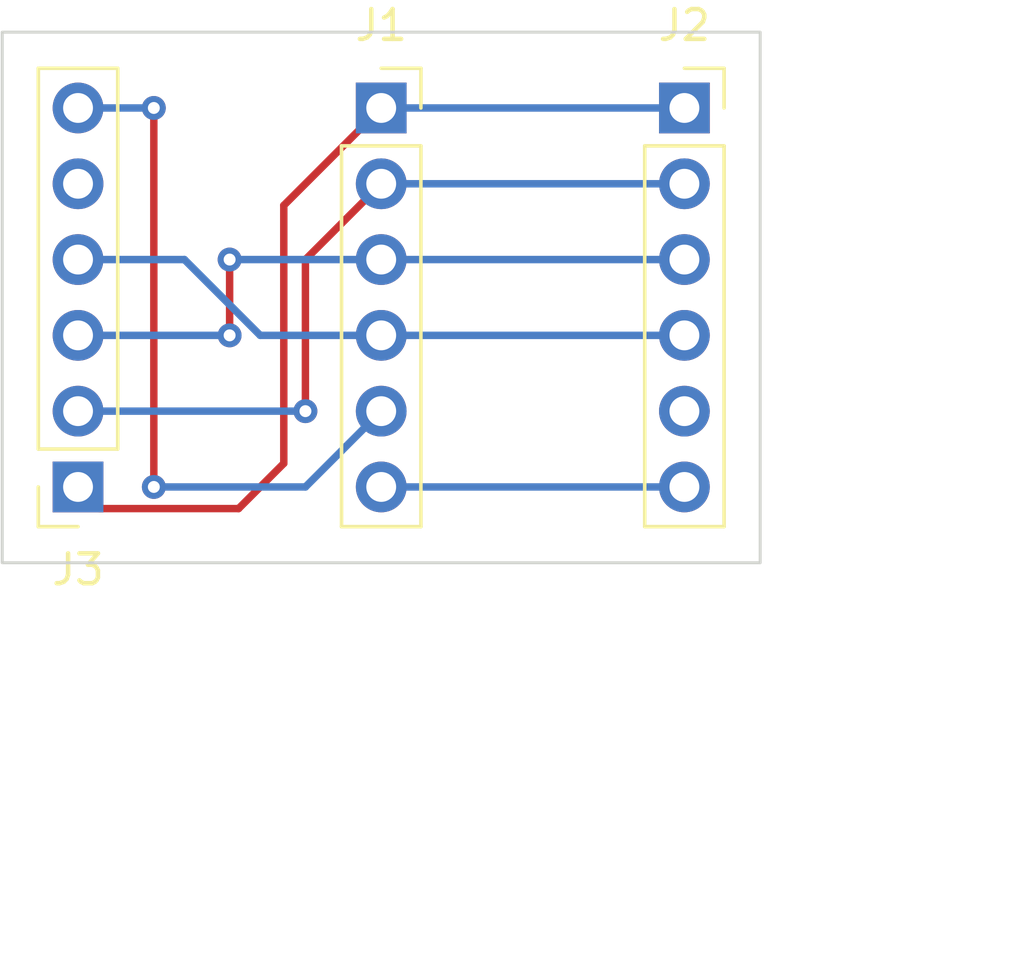
<source format=kicad_pcb>
(kicad_pcb (version 20221018) (generator pcbnew)
  (layers (0 "F.Cu" signal) (31 "B.Cu" signal) (34 "B.Paste" user) (35 "F.Paste" user) (36 "B.SilkS" user "B.Silkscreen") (37 "F.SilkS" user "F.Silkscreen") (38 "B.Mask" user) (39 "F.Mask" user) (44 "Edge.Cuts" user))
  (net 0 "")
  (net 1 "Earth")
  (net 2 "+5V")
  (net 3 "Net-(J1-SCL)")
  (net 4 "Net-(J1-SDA)")
  (net 5 "Net-(J1-RXSHUT)")
  (net 6 "Net-(J1-FXSHUT)")
  (footprint "Connector_PinSocket_2.54mm:PinSocket_1x06_P2.54mm_Vertical" (layer "F.Cu") (at 170.18 71.12)
    (fp_text reference "J2" (at 0 -2.77) (layer "F.SilkS"))
    (fp_text value "Conn_01x06_Socket" hide)
    (fp_line (start -1.33 1.27) (end -1.33 14.03) (stroke (width 0.12)) (layer "F.SilkS"))
    (fp_line (start -1.33 1.27) (end 1.33 1.27) (stroke (width 0.12)) (layer "F.SilkS"))
    (fp_line (start -1.33 14.03) (end 1.33 14.03) (stroke (width 0.12)) (layer "F.SilkS"))
    (fp_line (start 0 -1.33) (end 1.33 -1.33) (stroke (width 0.12)) (layer "F.SilkS"))
    (fp_line (start 1.33 -1.33) (end 1.33 0) (stroke (width 0.12)) (layer "F.SilkS"))
    (fp_line (start 1.33 1.27) (end 1.33 14.03) (stroke (width 0.12)) (layer "F.SilkS"))
    (pad "1" thru_hole rect (at 0 0) (size 1.7 1.7) (drill 1) (layers "*.Cu" "*.Mask") (net 2 "+5V"))
    (pad "2" thru_hole oval (at 0 2.54) (size 1.7 1.7) (drill 1) (layers "*.Cu" "*.Mask") (net 1 "Earth"))
    (pad "3" thru_hole oval (at 0 5.08) (size 1.7 1.7) (drill 1) (layers "*.Cu" "*.Mask") (net 3 "Net-(J1-SCL)"))
    (pad "4" thru_hole oval (at 0 7.62) (size 1.7 1.7) (drill 1) (layers "*.Cu" "*.Mask") (net 4 "Net-(J1-SDA)"))
    (pad "5" thru_hole oval (at 0 10.16) (size 1.7 1.7) (drill 1) (layers "*.Cu" "*.Mask"))
    (pad "6" thru_hole oval (at 0 12.7) (size 1.7 1.7) (drill 1) (layers "*.Cu" "*.Mask") (net 6 "Net-(J1-FXSHUT)"))
  )
  (footprint "Connector_PinSocket_2.54mm:PinSocket_1x06_P2.54mm_Vertical" (layer "F.Cu") (at 160.02 71.12)
    (fp_text reference "J1" (at 0 -2.77) (layer "F.SilkS"))
    (fp_text value "Conn_01x06_Socket" hide)
    (fp_line (start -1.33 1.27) (end -1.33 14.03) (stroke (width 0.12)) (layer "F.SilkS"))
    (fp_line (start -1.33 1.27) (end 1.33 1.27) (stroke (width 0.12)) (layer "F.SilkS"))
    (fp_line (start -1.33 14.03) (end 1.33 14.03) (stroke (width 0.12)) (layer "F.SilkS"))
    (fp_line (start 0 -1.33) (end 1.33 -1.33) (stroke (width 0.12)) (layer "F.SilkS"))
    (fp_line (start 1.33 -1.33) (end 1.33 0) (stroke (width 0.12)) (layer "F.SilkS"))
    (fp_line (start 1.33 1.27) (end 1.33 14.03) (stroke (width 0.12)) (layer "F.SilkS"))
    (pad "1" thru_hole rect (at 0 0) (size 1.7 1.7) (drill 1) (layers "*.Cu" "*.Mask") (net 2 "+5V"))
    (pad "2" thru_hole oval (at 0 2.54) (size 1.7 1.7) (drill 1) (layers "*.Cu" "*.Mask") (net 1 "Earth"))
    (pad "3" thru_hole oval (at 0 5.08) (size 1.7 1.7) (drill 1) (layers "*.Cu" "*.Mask") (net 3 "Net-(J1-SCL)"))
    (pad "4" thru_hole oval (at 0 7.62) (size 1.7 1.7) (drill 1) (layers "*.Cu" "*.Mask") (net 4 "Net-(J1-SDA)"))
    (pad "5" thru_hole oval (at 0 10.16) (size 1.7 1.7) (drill 1) (layers "*.Cu" "*.Mask") (net 5 "Net-(J1-RXSHUT)"))
    (pad "6" thru_hole oval (at 0 12.7) (size 1.7 1.7) (drill 1) (layers "*.Cu" "*.Mask") (net 6 "Net-(J1-FXSHUT)"))
  )
  (footprint "Connector_PinSocket_2.54mm:PinSocket_1x06_P2.54mm_Vertical" (layer "F.Cu") (at 149.86 83.82 180)
    (fp_text reference "J3" (at 0 -2.77) (layer "F.SilkS"))
    (fp_text value "Conn_01x06_Socket" hide)
    (fp_line (start -1.33 1.27) (end -1.33 14.03) (stroke (width 0.12)) (layer "F.SilkS"))
    (fp_line (start -1.33 1.27) (end 1.33 1.27) (stroke (width 0.12)) (layer "F.SilkS"))
    (fp_line (start -1.33 14.03) (end 1.33 14.03) (stroke (width 0.12)) (layer "F.SilkS"))
    (fp_line (start 0 -1.33) (end 1.33 -1.33) (stroke (width 0.12)) (layer "F.SilkS"))
    (fp_line (start 1.33 -1.33) (end 1.33 0) (stroke (width 0.12)) (layer "F.SilkS"))
    (fp_line (start 1.33 1.27) (end 1.33 14.03) (stroke (width 0.12)) (layer "F.SilkS"))
    (pad "1" thru_hole rect (at 0 0 180) (size 1.7 1.7) (drill 1) (layers "*.Cu" "*.Mask") (net 2 "+5V"))
    (pad "2" thru_hole oval (at 0 2.54 180) (size 1.7 1.7) (drill 1) (layers "*.Cu" "*.Mask") (net 1 "Earth"))
    (pad "3" thru_hole oval (at 0 5.08 180) (size 1.7 1.7) (drill 1) (layers "*.Cu" "*.Mask") (net 3 "Net-(J1-SCL)"))
    (pad "4" thru_hole oval (at 0 7.62 180) (size 1.7 1.7) (drill 1) (layers "*.Cu" "*.Mask") (net 4 "Net-(J1-SDA)"))
    (pad "5" thru_hole oval (at 0 10.16 180) (size 1.7 1.7) (drill 1) (layers "*.Cu" "*.Mask"))
    (pad "6" thru_hole oval (at 0 12.7 180) (size 1.7 1.7) (drill 1) (layers "*.Cu" "*.Mask") (net 5 "Net-(J1-RXSHUT)"))
  )
  (gr_rect (start 147.32 68.58) (end 172.72 86.36) (stroke (width 0.1)) (fill none) (layer "Edge.Cuts"))
  (segment (start 157.48 76.2) (end 160.02 73.66) (width 0.25) (layer "F.Cu") (net 1))
  (segment (start 157.48 81.28) (end 157.48 76.2) (width 0.25) (layer "F.Cu") (net 1))
  (via (at 157.48 81.28) (size 0.8) (drill 0.4) (layers "F.Cu" "B.Cu") (net 1))
  (segment (start 160.02 73.66) (end 170.18 73.66) (width 0.25) (layer "B.Cu") (net 1))
  (segment (start 149.86 81.28) (end 157.48 81.28) (width 0.25) (layer "B.Cu") (net 1))
  (segment (start 155.240305 84.545) (end 156.755 83.030305) (width 0.25) (layer "F.Cu") (net 2))
  (segment (start 156.755 83.030305) (end 156.755 74.385) (width 0.25) (layer "F.Cu") (net 2))
  (segment (start 150.585 84.545) (end 155.240305 84.545) (width 0.25) (layer "F.Cu") (net 2))
  (segment (start 156.755 74.385) (end 160.02 71.12) (width 0.25) (layer "F.Cu") (net 2))
  (segment (start 149.86 83.82) (end 150.585 84.545) (width 0.25) (layer "F.Cu") (net 2))
  (segment (start 160.02 71.12) (end 170.18 71.12) (width 0.25) (layer "B.Cu") (net 2))
  (segment (start 154.94 76.2) (end 154.94 78.74) (width 0.25) (layer "F.Cu") (net 3))
  (via (at 154.94 76.2) (size 0.8) (drill 0.4) (layers "F.Cu" "B.Cu") (net 3))
  (via (at 154.94 78.74) (size 0.8) (drill 0.4) (layers "F.Cu" "B.Cu") (net 3))
  (segment (start 149.86 78.74) (end 154.94 78.74) (width 0.25) (layer "B.Cu") (net 3))
  (segment (start 160.02 76.2) (end 170.18 76.2) (width 0.25) (layer "B.Cu") (net 3))
  (segment (start 160.02 76.2) (end 154.94 76.2) (width 0.25) (layer "B.Cu") (net 3))
  (segment (start 160.02 78.74) (end 170.18 78.74) (width 0.25) (layer "B.Cu") (net 4))
  (segment (start 149.86 76.2) (end 153.425305 76.2) (width 0.25) (layer "B.Cu") (net 4))
  (segment (start 153.425305 76.2) (end 155.965305 78.74) (width 0.25) (layer "B.Cu") (net 4))
  (segment (start 155.965305 78.74) (end 160.02 78.74) (width 0.25) (layer "B.Cu") (net 4))
  (segment (start 152.4 71.12) (end 152.4 83.82) (width 0.25) (layer "F.Cu") (net 5))
  (via (at 152.4 71.12) (size 0.8) (drill 0.4) (layers "F.Cu" "B.Cu") (net 5))
  (via (at 152.4 83.82) (size 0.8) (drill 0.4) (layers "F.Cu" "B.Cu") (net 5))
  (segment (start 157.48 83.82) (end 152.4 83.82) (width 0.25) (layer "B.Cu") (net 5))
  (segment (start 149.86 71.12) (end 152.4 71.12) (width 0.25) (layer "B.Cu") (net 5))
  (segment (start 160.02 81.28) (end 157.48 83.82) (width 0.25) (layer "B.Cu") (net 5))
  (segment (start 160.02 83.82) (end 170.18 83.82) (width 0.25) (layer "B.Cu") (net 6))
)
</source>
